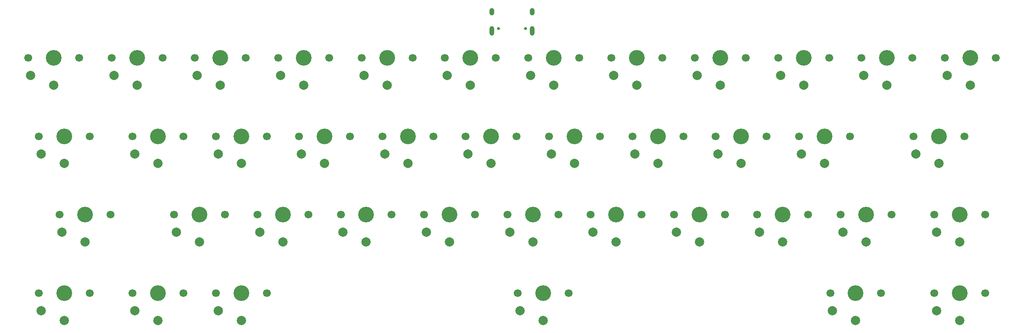
<source format=gbr>
%TF.GenerationSoftware,KiCad,Pcbnew,(5.99.0-9650-gad505e29c0)*%
%TF.CreationDate,2021-03-23T23:02:50-07:00*%
%TF.ProjectId,Choc40,43686f63-3430-42e6-9b69-6361645f7063,rev?*%
%TF.SameCoordinates,Original*%
%TF.FileFunction,Soldermask,Top*%
%TF.FilePolarity,Negative*%
%FSLAX46Y46*%
G04 Gerber Fmt 4.6, Leading zero omitted, Abs format (unit mm)*
G04 Created by KiCad (PCBNEW (5.99.0-9650-gad505e29c0)) date 2021-03-23 23:02:50*
%MOMM*%
%LPD*%
G01*
G04 APERTURE LIST*
%ADD10C,1.700000*%
%ADD11C,3.400000*%
%ADD12C,2.000000*%
%ADD13C,0.650000*%
%ADD14O,1.000000X1.600000*%
%ADD15O,1.000000X2.100000*%
G04 APERTURE END LIST*
D10*
%TO.C,SW1*%
X28500000Y-33500000D03*
X39500000Y-33500000D03*
D11*
X34000000Y-33500000D03*
D12*
X34000000Y-39400000D03*
X29000000Y-37300000D03*
%TD*%
D10*
%TO.C,SW39*%
X201750000Y-84500000D03*
D11*
X207250000Y-84500000D03*
D10*
X212750000Y-84500000D03*
D12*
X207250000Y-90400000D03*
X202250000Y-88300000D03*
%TD*%
D10*
%TO.C,SW27*%
X96000000Y-67500000D03*
D11*
X101500000Y-67500000D03*
D10*
X107000000Y-67500000D03*
D12*
X101500000Y-73400000D03*
X96500000Y-71300000D03*
%TD*%
D10*
%TO.C,SW32*%
X197000000Y-67500000D03*
D11*
X191500000Y-67500000D03*
D10*
X186000000Y-67500000D03*
D12*
X191500000Y-73400000D03*
X186500000Y-71300000D03*
%TD*%
D10*
%TO.C,SW7*%
X147500000Y-33500000D03*
X136500000Y-33500000D03*
D11*
X142000000Y-33500000D03*
D12*
X142000000Y-39400000D03*
X137000000Y-37300000D03*
%TD*%
D11*
%TO.C,SW4*%
X88000000Y-33500000D03*
D10*
X82500000Y-33500000D03*
X93500000Y-33500000D03*
D12*
X88000000Y-39400000D03*
X83000000Y-37300000D03*
%TD*%
D11*
%TO.C,SW12*%
X232000000Y-33500000D03*
D10*
X237500000Y-33500000D03*
X226500000Y-33500000D03*
D12*
X232000000Y-39400000D03*
X227000000Y-37300000D03*
%TD*%
D11*
%TO.C,SW40*%
X229750000Y-84500000D03*
D10*
X224250000Y-84500000D03*
X235250000Y-84500000D03*
D12*
X229750000Y-90400000D03*
X224750000Y-88300000D03*
%TD*%
D11*
%TO.C,SW33a1*%
X209500000Y-67500000D03*
D10*
X204000000Y-67500000D03*
X215000000Y-67500000D03*
D12*
X209500000Y-73400000D03*
X204500000Y-71300000D03*
%TD*%
D10*
%TO.C,SW11*%
X208500000Y-33500000D03*
X219500000Y-33500000D03*
D11*
X214000000Y-33500000D03*
D12*
X214000000Y-39400000D03*
X209000000Y-37300000D03*
%TD*%
D10*
%TO.C,SW37*%
X80000000Y-84500000D03*
X69000000Y-84500000D03*
D11*
X74500000Y-84500000D03*
D12*
X74500000Y-90400000D03*
X69500000Y-88300000D03*
%TD*%
D10*
%TO.C,SW17*%
X105000000Y-50500000D03*
X116000000Y-50500000D03*
D11*
X110500000Y-50500000D03*
D12*
X110500000Y-56400000D03*
X105500000Y-54300000D03*
%TD*%
D10*
%TO.C,SW5*%
X100500000Y-33500000D03*
X111500000Y-33500000D03*
D11*
X106000000Y-33500000D03*
D12*
X106000000Y-39400000D03*
X101000000Y-37300000D03*
%TD*%
D11*
%TO.C,SW30*%
X155500000Y-67500000D03*
D10*
X150000000Y-67500000D03*
X161000000Y-67500000D03*
D12*
X155500000Y-73400000D03*
X150500000Y-71300000D03*
%TD*%
D10*
%TO.C,SW35*%
X30750000Y-84500000D03*
D11*
X36250000Y-84500000D03*
D10*
X41750000Y-84500000D03*
D12*
X36250000Y-90400000D03*
X31250000Y-88300000D03*
%TD*%
D10*
%TO.C,SW20*%
X159000000Y-50500000D03*
D11*
X164500000Y-50500000D03*
D10*
X170000000Y-50500000D03*
D12*
X164500000Y-56400000D03*
X159500000Y-54300000D03*
%TD*%
D10*
%TO.C,SW21*%
X177000000Y-50500000D03*
X188000000Y-50500000D03*
D11*
X182500000Y-50500000D03*
D12*
X182500000Y-56400000D03*
X177500000Y-54300000D03*
%TD*%
D10*
%TO.C,SW18*%
X123000000Y-50500000D03*
D11*
X128500000Y-50500000D03*
D10*
X134000000Y-50500000D03*
D12*
X128500000Y-56400000D03*
X123500000Y-54300000D03*
%TD*%
D10*
%TO.C,SW26*%
X78000000Y-67500000D03*
X89000000Y-67500000D03*
D11*
X83500000Y-67500000D03*
D12*
X83500000Y-73400000D03*
X78500000Y-71300000D03*
%TD*%
D10*
%TO.C,SW23*%
X230750000Y-50500000D03*
X219750000Y-50500000D03*
D11*
X225250000Y-50500000D03*
D12*
X225250000Y-56400000D03*
X220250000Y-54300000D03*
%TD*%
D10*
%TO.C,SW36*%
X62000000Y-84500000D03*
D11*
X56500000Y-84500000D03*
D10*
X51000000Y-84500000D03*
D12*
X56500000Y-90400000D03*
X51500000Y-88300000D03*
%TD*%
D10*
%TO.C,SW31*%
X168000000Y-67500000D03*
X179000000Y-67500000D03*
D11*
X173500000Y-67500000D03*
D12*
X173500000Y-73400000D03*
X168500000Y-71300000D03*
%TD*%
D11*
%TO.C,SW15*%
X74500000Y-50500000D03*
D10*
X69000000Y-50500000D03*
X80000000Y-50500000D03*
D12*
X74500000Y-56400000D03*
X69500000Y-54300000D03*
%TD*%
D10*
%TO.C,SW13*%
X41750000Y-50500000D03*
X30750000Y-50500000D03*
D11*
X36250000Y-50500000D03*
D12*
X36250000Y-56400000D03*
X31250000Y-54300000D03*
%TD*%
D10*
%TO.C,SW29*%
X132000000Y-67500000D03*
X143000000Y-67500000D03*
D11*
X137500000Y-67500000D03*
D12*
X137500000Y-73400000D03*
X132500000Y-71300000D03*
%TD*%
D10*
%TO.C,SW9*%
X172500000Y-33500000D03*
D11*
X178000000Y-33500000D03*
D10*
X183500000Y-33500000D03*
D12*
X178000000Y-39400000D03*
X173000000Y-37300000D03*
%TD*%
D11*
%TO.C,SW8*%
X160000000Y-33500000D03*
D10*
X154500000Y-33500000D03*
X165500000Y-33500000D03*
D12*
X160000000Y-39400000D03*
X155000000Y-37300000D03*
%TD*%
D11*
%TO.C,SW25*%
X65500000Y-67500000D03*
D10*
X71000000Y-67500000D03*
X60000000Y-67500000D03*
D12*
X65500000Y-73400000D03*
X60500000Y-71300000D03*
%TD*%
D10*
%TO.C,SW16*%
X98000000Y-50500000D03*
X87000000Y-50500000D03*
D11*
X92500000Y-50500000D03*
D12*
X92500000Y-56400000D03*
X87500000Y-54300000D03*
%TD*%
D10*
%TO.C,SW3*%
X64500000Y-33500000D03*
D11*
X70000000Y-33500000D03*
D10*
X75500000Y-33500000D03*
D12*
X70000000Y-39400000D03*
X65000000Y-37300000D03*
%TD*%
D11*
%TO.C,SW2*%
X52000000Y-33500000D03*
D10*
X57500000Y-33500000D03*
X46500000Y-33500000D03*
D12*
X52000000Y-39400000D03*
X47000000Y-37300000D03*
%TD*%
D11*
%TO.C,SW34a1*%
X229750000Y-67500000D03*
D10*
X235250000Y-67500000D03*
X224250000Y-67500000D03*
D12*
X229750000Y-73400000D03*
X224750000Y-71300000D03*
%TD*%
D10*
%TO.C,SW24*%
X46250000Y-67500000D03*
X35250000Y-67500000D03*
D11*
X40750000Y-67500000D03*
D12*
X40750000Y-73400000D03*
X35750000Y-71300000D03*
%TD*%
D11*
%TO.C,SW38*%
X139750000Y-84500000D03*
D10*
X134250000Y-84500000D03*
X145250000Y-84500000D03*
D12*
X139750000Y-90400000D03*
X134750000Y-88300000D03*
%TD*%
D10*
%TO.C,SW28*%
X114000000Y-67500000D03*
D11*
X119500000Y-67500000D03*
D10*
X125000000Y-67500000D03*
D12*
X119500000Y-73400000D03*
X114500000Y-71300000D03*
%TD*%
D11*
%TO.C,SW14*%
X56500000Y-50500000D03*
D10*
X62000000Y-50500000D03*
X51000000Y-50500000D03*
D12*
X56500000Y-56400000D03*
X51500000Y-54300000D03*
%TD*%
D10*
%TO.C,SW22*%
X195000000Y-50500000D03*
D11*
X200500000Y-50500000D03*
D10*
X206000000Y-50500000D03*
D12*
X200500000Y-56400000D03*
X195500000Y-54300000D03*
%TD*%
D11*
%TO.C,SW10*%
X196000000Y-33500000D03*
D10*
X190500000Y-33500000D03*
X201500000Y-33500000D03*
D12*
X196000000Y-39400000D03*
X191000000Y-37300000D03*
%TD*%
D10*
%TO.C,SW19*%
X152000000Y-50500000D03*
D11*
X146500000Y-50500000D03*
D10*
X141000000Y-50500000D03*
D12*
X146500000Y-56400000D03*
X141500000Y-54300000D03*
%TD*%
D11*
%TO.C,SW6*%
X124000000Y-33500000D03*
D10*
X129500000Y-33500000D03*
X118500000Y-33500000D03*
D12*
X124000000Y-39400000D03*
X119000000Y-37300000D03*
%TD*%
D13*
%TO.C,USB1*%
X135890000Y-27165000D03*
X130110000Y-27165000D03*
D14*
X137320000Y-23515000D03*
D15*
X128680000Y-27695000D03*
D14*
X128680000Y-23515000D03*
D15*
X137320000Y-27695000D03*
%TD*%
M02*

</source>
